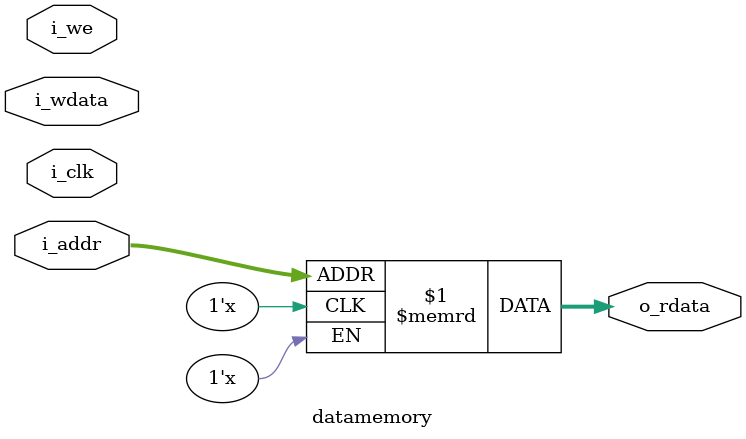
<source format=sv>
/**
    PBL3 - RISC-V Single Cycle Processor  
    Data Memory Module

    File name: datamemory.sv

    Objective:
        Implement a synchronous-write, asynchronous-read data memory for RISC-V processors.
        Provides configurable memory size and data width for system integration.

        A parameterized RAM module with single read/write port and word-addressable access.

    Specification:
        - Configurable address space via P_ADDR_WIDTH
        - Configurable data width via P_DATA_WIDTH
        - Synchronous write (clocked)
        - Asynchronous read (combinational)
        - Single-port operation (reads and writes share same address bus)
        - Fully synthesizable RAM implementation

    Functional Diagram:

                       +------------------+
        i_addr[AW-1:0]->|                  |
        i_wdata[DW-1:0]->|                  |-> o_rdata[DW-1:0]
        i_we           ->|   DATA MEMORY    |
        i_clk         ->|                  |
                       +------------------+

    Parameters:
        P_ADDR_WIDTH - Address bus width (default = 8)
                       Determines memory depth: 2^AW words
                       Critical for:
                       - Total addressable memory (e.g., 8→256 words)
                       - Physical RAM resource utilization

        P_DATA_WIDTH - Data bus width (default = 32)
                       Sets word size in bits
                       Must match processor datapath width

    Inputs:
        i_clk    - System clock (positive edge triggered)
        i_we     - Write enable (1=write, 0=read)
        i_addr   - Word address input (width = P_ADDR_WIDTH)
        i_wdata  - Write data input (width = P_DATA_WIDTH)

    Outputs:
        o_rdata  - Read data output (width = P_DATA_WIDTH)

    Memory Organization:
        - Implemented as 2^P_ADDR_WIDTH words of P_DATA_WIDTH bits
        - Example: P_ADDR_WIDTH=8 → 256×32-bit memory (1KB)
        - Word-addressable (no byte addressing in this implementation)

    Timing Characteristics:
        - Write Operations:
            - Sampled on clock rising edge
            - Requires stable i_addr/i_wdata before clock edge
        - Read Operations:
            - Combinational path from i_addr to o_rdata
            - Critical for memory access time in processor cycle

    Operation:
        - Write Cycle (i_we=1):
            On clock rising edge: Stores i_wdata at i_addr
        - Read Cycle (i_we=0):
            o_rdata continuously shows contents of i_addr
        - No simultaneous read/write (single-port)

    Typical Usage:
        - Main data memory in RISC-V load/store unit
        - Connected to processor datapath via memory interface
        - Stores variables and data structures during execution

    Implementation Notes:
        - Actual implementation uses register-based RAM (for small memories)
        - For P_ADDR_WIDTH>10, consider block RAM resources
        - Read-during-write behavior: New writes not visible until next cycle
        - No memory initialization in this version (would need $readmemh for pre-load)

    RISC-V Specifics:
        - Word-aligned access (matches base ISA)
        - For byte/halfword access, wrap with byte enable logic
**/

//----------------------------------------------------------------------------- 
//  Data Memoory Module
//-----------------------------------------------------------------------------
`timescale 1ns / 1ps  // Set simulation time unit to 1ns, precision to 1ps
module datamemory #(
    parameter P_ADDR_WIDTH = 8,                  // Address bus width (default: 8 bits = 256 words)
    parameter P_DATA_WIDTH = 32                  // Data bus width (default: 32 bits per word)
)(
    input  logic                    i_clk,       // System clock (posedge triggered)
    input  logic                    i_we,        // Write enable (active high; 1 = write, 0 = read)
    input  logic [P_ADDR_WIDTH-1:0] i_addr,      // Word address input (unsigned, 0 to 2**P_ADDR_WIDTH-1)
    input  logic [P_DATA_WIDTH-1:0] i_wdata,     // Data input to be written (on write operation)
    output logic [P_DATA_WIDTH-1:0] o_rdata      // Data output (asynchronous read; updates immediately on i_addr change)
);

    // Memory array declaration:
    // - Depth: 2^P_ADDR_WIDTH words (e.g., 256 for P_ADDR_WIDTH=8)
    // - Width: P_DATA_WIDTH bits per word (e.g., 32 bits)
    logic [P_DATA_WIDTH-1:0] r_mem [0:2**(P_ADDR_WIDTH)-1];  // Index from 0 to 2^N-1

    // Asynchronous read: Output reflects mem_r[i_addr] combinatorially
    assign o_rdata = r_mem[i_addr];

    // Synchronous write (clocked):
    always_ff @(posedge i_clk) begin
        if (i_we) begin                  // Write only if i_we=1
            mem_r[i_addr] <= i_wdata;    // Store i_wdata at address i_addr
        end
    end

endmodule
</source>
